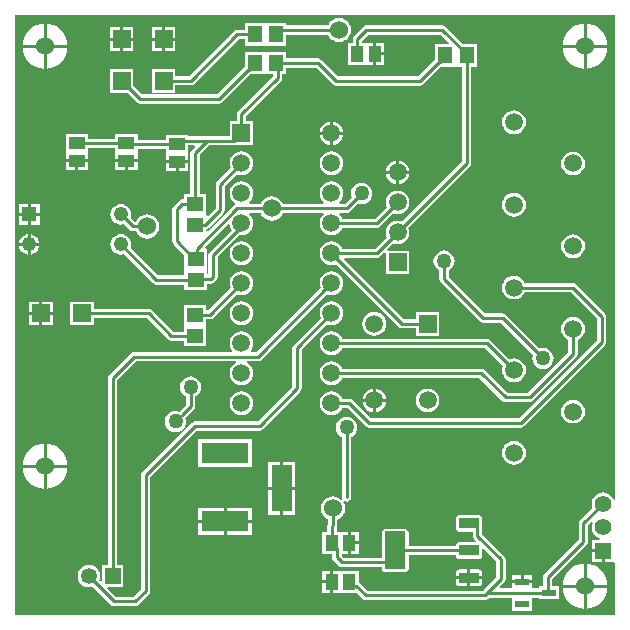
<source format=gtl>
G04*
G04 #@! TF.GenerationSoftware,Altium Limited,Altium Designer,19.1.7 (138)*
G04*
G04 Layer_Physical_Order=1*
G04 Layer_Color=255*
%FSLAX25Y25*%
%MOIN*%
G70*
G01*
G75*
%ADD15C,0.01000*%
G04:AMPARAMS|DCode=16|XSize=35.43mil|YSize=68.9mil|CornerRadius=1.95mil|HoleSize=0mil|Usage=FLASHONLY|Rotation=270.000|XOffset=0mil|YOffset=0mil|HoleType=Round|Shape=RoundedRectangle|*
%AMROUNDEDRECTD16*
21,1,0.03543,0.06500,0,0,270.0*
21,1,0.03154,0.06890,0,0,270.0*
1,1,0.00390,-0.03250,-0.01577*
1,1,0.00390,-0.03250,0.01577*
1,1,0.00390,0.03250,0.01577*
1,1,0.00390,0.03250,-0.01577*
%
%ADD16ROUNDEDRECTD16*%
G04:AMPARAMS|DCode=17|XSize=125.98mil|YSize=68.9mil|CornerRadius=2.07mil|HoleSize=0mil|Usage=FLASHONLY|Rotation=270.000|XOffset=0mil|YOffset=0mil|HoleType=Round|Shape=RoundedRectangle|*
%AMROUNDEDRECTD17*
21,1,0.12598,0.06476,0,0,270.0*
21,1,0.12185,0.06890,0,0,270.0*
1,1,0.00413,-0.03238,-0.06093*
1,1,0.00413,-0.03238,0.06093*
1,1,0.00413,0.03238,0.06093*
1,1,0.00413,0.03238,-0.06093*
%
%ADD17ROUNDEDRECTD17*%
%ADD18R,0.04528X0.02362*%
%ADD19R,0.04724X0.05512*%
%ADD20R,0.05512X0.04724*%
%ADD21R,0.04331X0.05512*%
%ADD22R,0.05906X0.05906*%
%ADD23R,0.05906X0.05906*%
%ADD24R,0.05512X0.04331*%
%ADD45R,0.15748X0.07087*%
%ADD46R,0.07087X0.15748*%
%ADD47R,0.05315X0.05315*%
%ADD48C,0.05315*%
%ADD49C,0.06000*%
%ADD50C,0.04842*%
%ADD51R,0.04842X0.04842*%
%ADD52C,0.05906*%
%ADD53R,0.05512X0.05512*%
%ADD54C,0.05512*%
%ADD55C,0.05000*%
G36*
X200000Y200429D02*
X200000Y38991D01*
X199500Y38892D01*
X199281Y39421D01*
X198679Y40205D01*
X197894Y40807D01*
X196981Y41186D01*
X196000Y41315D01*
X195019Y41186D01*
X194106Y40807D01*
X193321Y40205D01*
X192719Y39421D01*
X192341Y38507D01*
X192212Y37527D01*
X192341Y36546D01*
X192492Y36181D01*
X188376Y32066D01*
X188045Y31569D01*
X187928Y30984D01*
Y25520D01*
X176419Y14011D01*
X176087Y13514D01*
X175971Y12929D01*
Y9967D01*
X174665D01*
Y9315D01*
X172822D01*
X172335Y9345D01*
X172335Y9815D01*
Y11026D01*
X169071D01*
X165807D01*
X165807Y9345D01*
X165319Y9315D01*
X161702D01*
X161511Y9777D01*
X163082Y11348D01*
X163413Y11844D01*
X163529Y12429D01*
Y18929D01*
X163413Y19514D01*
X163082Y20011D01*
X155583Y27509D01*
Y28797D01*
X155679Y28941D01*
X155772Y29408D01*
Y32561D01*
X155679Y33027D01*
X155415Y33422D01*
X155019Y33687D01*
X154553Y33779D01*
X148053D01*
X147587Y33687D01*
X147192Y33422D01*
X146928Y33027D01*
X146835Y32561D01*
Y29408D01*
X146928Y28941D01*
X147192Y28546D01*
X147587Y28282D01*
X148053Y28189D01*
X152524D01*
Y26876D01*
X152640Y26291D01*
X152972Y25795D01*
X153580Y25186D01*
X153389Y24724D01*
X148053D01*
X147587Y24632D01*
X147192Y24367D01*
X146928Y23972D01*
X146835Y23506D01*
Y23459D01*
X131165D01*
Y28022D01*
X131072Y28493D01*
X130805Y28892D01*
X130406Y29158D01*
X129935Y29252D01*
X123459D01*
X122988Y29158D01*
X122589Y28892D01*
X122322Y28493D01*
X122228Y28022D01*
Y19458D01*
X109634D01*
X108919Y20173D01*
X109126Y20673D01*
X110953D01*
Y24429D01*
Y28185D01*
X107554D01*
X107209Y28546D01*
X107367Y32166D01*
X108017Y32435D01*
X108853Y33076D01*
X109494Y33912D01*
X109897Y34885D01*
X110035Y35929D01*
X109897Y36973D01*
X109494Y37946D01*
X109333Y38157D01*
X109679Y38527D01*
X109915Y38369D01*
X110500Y38253D01*
X111085Y38369D01*
X111582Y38701D01*
X111913Y39197D01*
X112029Y39782D01*
Y59774D01*
X112265Y59872D01*
X112996Y60433D01*
X113557Y61164D01*
X113910Y62015D01*
X114030Y62929D01*
X113910Y63843D01*
X113557Y64694D01*
X112996Y65425D01*
X112265Y65986D01*
X111414Y66339D01*
X110500Y66459D01*
X109586Y66339D01*
X108735Y65986D01*
X108004Y65425D01*
X107443Y64694D01*
X107090Y63843D01*
X106970Y62929D01*
X107090Y62015D01*
X107443Y61164D01*
X108004Y60433D01*
X108735Y59872D01*
X108971Y59774D01*
Y39782D01*
X109079Y39239D01*
X108994Y39135D01*
X108671Y38922D01*
X108017Y39423D01*
X107044Y39826D01*
X106000Y39964D01*
X104956Y39826D01*
X103983Y39423D01*
X103147Y38782D01*
X102506Y37946D01*
X102103Y36973D01*
X101965Y35929D01*
X102103Y34885D01*
X102506Y33912D01*
X103147Y33076D01*
X103983Y32435D01*
X104311Y32299D01*
X104131Y28185D01*
X102382D01*
Y20673D01*
X105683D01*
Y19716D01*
X105800Y19131D01*
X106131Y18635D01*
X107919Y16848D01*
X108415Y16516D01*
X109000Y16400D01*
X122228D01*
Y15837D01*
X122322Y15366D01*
X122589Y14967D01*
X122988Y14700D01*
X123459Y14606D01*
X129935D01*
X130406Y14700D01*
X130805Y14967D01*
X131072Y15366D01*
X131165Y15837D01*
Y20400D01*
X146835D01*
Y20352D01*
X146928Y19886D01*
X147192Y19491D01*
X147587Y19227D01*
X148053Y19134D01*
X154553D01*
X155019Y19227D01*
X155415Y19491D01*
X155679Y19886D01*
X155772Y20352D01*
Y22342D01*
X156233Y22533D01*
X160471Y18296D01*
Y13063D01*
X156275Y8867D01*
X156275Y8867D01*
X155867Y8459D01*
X117586D01*
X114790Y11255D01*
X114618Y11370D01*
Y15185D01*
X106047D01*
Y11429D01*
Y7673D01*
X114046D01*
X115871Y5848D01*
X116367Y5516D01*
X116953Y5400D01*
X156500D01*
X157085Y5516D01*
X157581Y5848D01*
X157990Y6256D01*
X165319D01*
X165807Y6226D01*
X165807Y5756D01*
Y1864D01*
X172335D01*
X172335Y6226D01*
X172822Y6256D01*
X174665D01*
Y5604D01*
X181193D01*
Y9967D01*
X179029D01*
Y12296D01*
X190539Y23805D01*
X190871Y24302D01*
X190987Y24887D01*
Y30351D01*
X192174Y31538D01*
X192598Y31255D01*
X192341Y30633D01*
X192212Y29653D01*
X192341Y28672D01*
X192719Y27758D01*
X193321Y26974D01*
X194106Y26372D01*
X194920Y26034D01*
X194821Y25534D01*
X192244D01*
Y22278D01*
X196000D01*
Y21779D01*
X196500D01*
Y18023D01*
X199500D01*
X199756Y18023D01*
X200000Y17624D01*
Y429D01*
X0Y429D01*
X0Y200429D01*
X200000Y200429D01*
D02*
G37*
%LPC*%
G36*
X108000Y199464D02*
X106956Y199326D01*
X105983Y198923D01*
X105147Y198282D01*
X104506Y197446D01*
X104304Y196958D01*
X90405D01*
Y197685D01*
X83819D01*
X83681Y197685D01*
X83319D01*
X83181Y197685D01*
X76595D01*
Y195458D01*
X74000D01*
X73415Y195342D01*
X72919Y195011D01*
X57977Y180069D01*
X53453D01*
Y182492D01*
X45547D01*
Y174587D01*
X53453D01*
Y177010D01*
X58610D01*
X59196Y177126D01*
X59692Y177458D01*
X74634Y192400D01*
X76595D01*
Y190173D01*
X83181D01*
X83319Y190173D01*
X83681D01*
X83819Y190173D01*
X90405D01*
Y193900D01*
X104304D01*
X104506Y193412D01*
X105147Y192576D01*
X105983Y191935D01*
X106956Y191532D01*
X108000Y191395D01*
X109044Y191532D01*
X110017Y191935D01*
X110853Y192576D01*
X111494Y193412D01*
X111897Y194385D01*
X112034Y195429D01*
X111897Y196473D01*
X111494Y197446D01*
X110853Y198282D01*
X110017Y198923D01*
X109044Y199326D01*
X108000Y199464D01*
D02*
G37*
G36*
X53453Y196272D02*
X50000D01*
Y192819D01*
X53453D01*
Y196272D01*
D02*
G37*
G36*
X39453D02*
X36000D01*
Y192819D01*
X39453D01*
Y196272D01*
D02*
G37*
G36*
X49000D02*
X45547D01*
Y192819D01*
X49000D01*
Y196272D01*
D02*
G37*
G36*
X35000D02*
X31547D01*
Y192819D01*
X35000D01*
Y196272D01*
D02*
G37*
G36*
X190500Y197487D02*
Y190500D01*
X197487D01*
X197391Y191470D01*
X196963Y192884D01*
X196266Y194187D01*
X195329Y195329D01*
X194187Y196266D01*
X192884Y196963D01*
X191470Y197391D01*
X190500Y197487D01*
D02*
G37*
G36*
X189500D02*
X188530Y197391D01*
X187116Y196963D01*
X185813Y196266D01*
X184671Y195329D01*
X183734Y194187D01*
X183037Y192884D01*
X182608Y191470D01*
X182513Y190500D01*
X189500D01*
Y197487D01*
D02*
G37*
G36*
X10500D02*
Y190500D01*
X17487D01*
X17391Y191470D01*
X16963Y192884D01*
X16266Y194187D01*
X15329Y195329D01*
X14187Y196266D01*
X12884Y196963D01*
X11470Y197391D01*
X10500Y197487D01*
D02*
G37*
G36*
X9500D02*
X8530Y197391D01*
X7116Y196963D01*
X5813Y196266D01*
X4671Y195329D01*
X3734Y194187D01*
X3037Y192884D01*
X2609Y191470D01*
X2513Y190500D01*
X9500D01*
Y197487D01*
D02*
G37*
G36*
X53453Y191819D02*
X50000D01*
Y188366D01*
X53453D01*
Y191819D01*
D02*
G37*
G36*
X49000D02*
X45547D01*
Y188366D01*
X49000D01*
Y191819D01*
D02*
G37*
G36*
X39453D02*
X36000D01*
Y188366D01*
X39453D01*
Y191819D01*
D02*
G37*
G36*
X35000D02*
X31547D01*
Y188366D01*
X35000D01*
Y191819D01*
D02*
G37*
G36*
X123118Y191185D02*
X120453D01*
Y187929D01*
X123118D01*
Y191185D01*
D02*
G37*
G36*
Y186929D02*
X120453D01*
Y183673D01*
X123118D01*
Y186929D01*
D02*
G37*
G36*
X197487Y189500D02*
X190500D01*
Y182513D01*
X191470Y182608D01*
X192884Y183037D01*
X194187Y183734D01*
X195329Y184671D01*
X196266Y185813D01*
X196963Y187116D01*
X197391Y188530D01*
X197487Y189500D01*
D02*
G37*
G36*
X189500D02*
X182513D01*
X182608Y188530D01*
X183037Y187116D01*
X183734Y185813D01*
X184671Y184671D01*
X185813Y183734D01*
X187116Y183037D01*
X188530Y182608D01*
X189500Y182513D01*
Y189500D01*
D02*
G37*
G36*
X17487D02*
X10500D01*
Y182513D01*
X11470Y182608D01*
X12884Y183037D01*
X14187Y183734D01*
X15329Y184671D01*
X16266Y185813D01*
X16963Y187116D01*
X17391Y188530D01*
X17487Y189500D01*
D02*
G37*
G36*
X9500D02*
X2513D01*
X2609Y188530D01*
X3037Y187116D01*
X3734Y185813D01*
X4671Y184671D01*
X5813Y183734D01*
X7116Y183037D01*
X8530Y182608D01*
X9500Y182513D01*
Y189500D01*
D02*
G37*
G36*
X142437Y196958D02*
X117000D01*
X116415Y196842D01*
X115919Y196511D01*
X112966Y193558D01*
X112634Y193062D01*
X112518Y192476D01*
Y191185D01*
X110882D01*
Y183673D01*
X119453D01*
Y187429D01*
Y191185D01*
X115577D01*
Y191843D01*
X117633Y193900D01*
X141804D01*
X144556Y191147D01*
X144365Y190685D01*
X140094D01*
Y185730D01*
X134323Y179958D01*
X107633D01*
X102082Y185511D01*
X101585Y185842D01*
X101000Y185959D01*
X90405D01*
Y188185D01*
X83819D01*
X83681Y188185D01*
X83319D01*
X83181Y188185D01*
X76595D01*
Y183230D01*
X67323Y173959D01*
X42244D01*
X39453Y176750D01*
Y182492D01*
X31547D01*
Y174587D01*
X37290D01*
X40529Y171348D01*
X41025Y171016D01*
X41610Y170900D01*
X67957D01*
X68542Y171016D01*
X69038Y171348D01*
X78364Y180673D01*
X83181D01*
X83319Y180673D01*
X83681D01*
X83819Y180673D01*
X85971D01*
Y180063D01*
X74412Y168504D01*
X74080Y168008D01*
X73964Y167423D01*
Y164929D01*
X71541D01*
Y160053D01*
X57756D01*
Y160547D01*
X50244D01*
Y158911D01*
X40889D01*
Y160866D01*
X33378D01*
Y159230D01*
X24389D01*
Y160866D01*
X16878D01*
Y154536D01*
Y152295D01*
X24389D01*
Y154536D01*
Y156172D01*
X33378D01*
Y154536D01*
Y152295D01*
X40889D01*
Y154536D01*
Y155852D01*
X50244D01*
Y154217D01*
Y151976D01*
X57756D01*
Y154217D01*
Y156994D01*
X59746D01*
X59937Y156532D01*
X58919Y155514D01*
X58587Y155018D01*
X58471Y154432D01*
Y140835D01*
X56244D01*
Y139002D01*
X55744D01*
X55159Y138885D01*
X54663Y138554D01*
X52919Y136810D01*
X52587Y136314D01*
X52471Y135728D01*
Y124963D01*
X52587Y124378D01*
X52919Y123882D01*
X56425Y120376D01*
Y115814D01*
X56425D01*
Y115452D01*
X56425D01*
Y113619D01*
X47729D01*
X38508Y122840D01*
X38589Y123036D01*
X38707Y123929D01*
X38589Y124822D01*
X38244Y125654D01*
X37696Y126369D01*
X36981Y126918D01*
X36149Y127262D01*
X35256Y127380D01*
X34363Y127262D01*
X33531Y126918D01*
X32816Y126369D01*
X32267Y125654D01*
X31923Y124822D01*
X31805Y123929D01*
X31923Y123036D01*
X32267Y122204D01*
X32816Y121489D01*
X33531Y120941D01*
X34363Y120596D01*
X35256Y120478D01*
X36149Y120596D01*
X36345Y120677D01*
X46014Y111008D01*
X46510Y110677D01*
X47096Y110560D01*
X56425D01*
Y108727D01*
X63937D01*
Y110900D01*
X65414D01*
X66000Y111016D01*
X66496Y111348D01*
X67081Y111934D01*
X67413Y112430D01*
X67529Y113015D01*
Y119796D01*
X74813Y127079D01*
X75493Y126990D01*
X76525Y127125D01*
X77487Y127524D01*
X78313Y128157D01*
X78946Y128983D01*
X79344Y129945D01*
X79480Y130976D01*
X79344Y132008D01*
X78946Y132970D01*
X78313Y133796D01*
X78142Y133926D01*
X78303Y134400D01*
X81833D01*
X82035Y133912D01*
X82677Y133076D01*
X83512Y132435D01*
X84485Y132032D01*
X85529Y131895D01*
X86574Y132032D01*
X87547Y132435D01*
X88382Y133076D01*
X89023Y133912D01*
X89226Y134400D01*
X102684D01*
X102845Y133926D01*
X102674Y133796D01*
X102041Y132970D01*
X101642Y132008D01*
X101507Y130976D01*
X101642Y129945D01*
X102041Y128983D01*
X102674Y128157D01*
X103500Y127524D01*
X104462Y127125D01*
X105493Y126990D01*
X106525Y127125D01*
X107487Y127524D01*
X108313Y128157D01*
X108946Y128983D01*
X109138Y129447D01*
X120547D01*
X121133Y129563D01*
X121629Y129895D01*
X126004Y134270D01*
X126468Y134078D01*
X127500Y133942D01*
X128532Y134078D01*
X129493Y134476D01*
X130319Y135110D01*
X130953Y135936D01*
X131351Y136897D01*
X131487Y137929D01*
X131351Y138961D01*
X130953Y139923D01*
X130319Y140748D01*
X129493Y141382D01*
X128532Y141780D01*
X127500Y141916D01*
X126468Y141780D01*
X125507Y141382D01*
X124681Y140748D01*
X124047Y139923D01*
X123649Y138961D01*
X123513Y137929D01*
X123649Y136897D01*
X123841Y136433D01*
X119914Y132506D01*
X109138D01*
X108946Y132970D01*
X108313Y133796D01*
X108142Y133926D01*
X108303Y134400D01*
X110500D01*
X111085Y134516D01*
X111582Y134848D01*
X114351Y137617D01*
X114586Y137519D01*
X115500Y137399D01*
X116414Y137519D01*
X117265Y137872D01*
X117996Y138433D01*
X118557Y139164D01*
X118910Y140015D01*
X119030Y140929D01*
X118910Y141843D01*
X118557Y142694D01*
X117996Y143425D01*
X117265Y143986D01*
X116414Y144339D01*
X115500Y144459D01*
X114586Y144339D01*
X113735Y143986D01*
X113004Y143425D01*
X112443Y142694D01*
X112090Y141843D01*
X111970Y140929D01*
X112090Y140015D01*
X112188Y139780D01*
X109866Y137459D01*
X108223D01*
X108054Y137959D01*
X108313Y138157D01*
X108946Y138983D01*
X109344Y139945D01*
X109480Y140976D01*
X109344Y142008D01*
X108946Y142970D01*
X108313Y143796D01*
X107487Y144429D01*
X106525Y144827D01*
X105493Y144963D01*
X104462Y144827D01*
X103500Y144429D01*
X102674Y143796D01*
X102041Y142970D01*
X101642Y142008D01*
X101507Y140976D01*
X101642Y139945D01*
X102041Y138983D01*
X102674Y138157D01*
X102933Y137959D01*
X102764Y137459D01*
X89226D01*
X89023Y137946D01*
X88382Y138782D01*
X87547Y139423D01*
X86574Y139826D01*
X85529Y139964D01*
X84485Y139826D01*
X83512Y139423D01*
X82677Y138782D01*
X82035Y137946D01*
X81833Y137459D01*
X78223D01*
X78054Y137959D01*
X78313Y138157D01*
X78946Y138983D01*
X79344Y139945D01*
X79480Y140976D01*
X79344Y142008D01*
X78946Y142970D01*
X78313Y143796D01*
X77487Y144429D01*
X76525Y144827D01*
X75493Y144963D01*
X74462Y144827D01*
X73500Y144429D01*
X72674Y143796D01*
X72041Y142970D01*
X71642Y142008D01*
X71507Y140976D01*
X71642Y139945D01*
X72041Y138983D01*
X72674Y138157D01*
X73237Y137725D01*
X73229Y137118D01*
X73068Y137011D01*
X64218Y128161D01*
X63756Y128352D01*
Y128916D01*
X64042Y128973D01*
X64538Y129304D01*
X69487Y134253D01*
X69818Y134749D01*
X69935Y135335D01*
Y143255D01*
X73997Y147318D01*
X74462Y147125D01*
X75493Y146990D01*
X76525Y147125D01*
X77487Y147524D01*
X78313Y148157D01*
X78946Y148983D01*
X79344Y149944D01*
X79480Y150976D01*
X79344Y152008D01*
X78946Y152970D01*
X78313Y153796D01*
X77487Y154429D01*
X76525Y154827D01*
X75493Y154963D01*
X74462Y154827D01*
X73500Y154429D01*
X72674Y153796D01*
X72041Y152970D01*
X71642Y152008D01*
X71507Y150976D01*
X71642Y149944D01*
X71835Y149480D01*
X67324Y144970D01*
X66992Y144474D01*
X66876Y143888D01*
Y135968D01*
X64483Y133575D01*
X63851Y133632D01*
X63756Y133748D01*
Y134110D01*
X63756D01*
Y140835D01*
X61529D01*
Y153799D01*
X64725Y156994D01*
X73041D01*
X73189Y157024D01*
X79446D01*
Y164929D01*
X77023D01*
Y166789D01*
X88582Y178348D01*
X88913Y178844D01*
X89029Y179429D01*
Y180673D01*
X90405D01*
Y182900D01*
X100366D01*
X105919Y177348D01*
X106415Y177016D01*
X107000Y176900D01*
X134957D01*
X135542Y177016D01*
X136038Y177348D01*
X141864Y183173D01*
X146819D01*
X146819Y183173D01*
X147181D01*
Y183173D01*
X147319Y183173D01*
X149014D01*
Y151606D01*
X128996Y131588D01*
X128532Y131780D01*
X127500Y131916D01*
X126468Y131780D01*
X125507Y131382D01*
X124681Y130748D01*
X124047Y129923D01*
X123649Y128961D01*
X123513Y127929D01*
X123649Y126897D01*
X123841Y126433D01*
X119914Y122506D01*
X109138D01*
X108946Y122970D01*
X108313Y123796D01*
X107487Y124429D01*
X106525Y124827D01*
X105493Y124963D01*
X104462Y124827D01*
X103500Y124429D01*
X102674Y123796D01*
X102041Y122970D01*
X101642Y122008D01*
X101507Y120976D01*
X101642Y119945D01*
X102041Y118983D01*
X102674Y118157D01*
X103500Y117524D01*
X104462Y117125D01*
X105493Y116990D01*
X106525Y117125D01*
X106989Y117318D01*
X127869Y96438D01*
X128365Y96107D01*
X128950Y95990D01*
X133547D01*
Y93567D01*
X141453D01*
Y101472D01*
X133547D01*
Y99049D01*
X129584D01*
X109648Y118985D01*
X109839Y119447D01*
X120547D01*
X121133Y119563D01*
X121629Y119895D01*
X123085Y121352D01*
X123547Y121160D01*
Y113976D01*
X131453D01*
Y121882D01*
X124269D01*
X124078Y122344D01*
X126004Y124270D01*
X126468Y124078D01*
X127500Y123942D01*
X128532Y124078D01*
X129493Y124476D01*
X130319Y125110D01*
X130953Y125936D01*
X131351Y126897D01*
X131487Y127929D01*
X131351Y128961D01*
X131159Y129425D01*
X151625Y149891D01*
X151956Y150387D01*
X152073Y150972D01*
Y183173D01*
X153905D01*
Y190685D01*
X149344D01*
X143518Y196511D01*
X143022Y196842D01*
X142437Y196958D01*
D02*
G37*
G36*
X105993Y164898D02*
Y161476D01*
X109415D01*
X109344Y162008D01*
X108946Y162970D01*
X108313Y163796D01*
X107487Y164429D01*
X106525Y164827D01*
X105993Y164898D01*
D02*
G37*
G36*
X104993D02*
X104462Y164827D01*
X103500Y164429D01*
X102674Y163796D01*
X102041Y162970D01*
X101642Y162008D01*
X101572Y161476D01*
X104993D01*
Y164898D01*
D02*
G37*
G36*
X166315Y168695D02*
X165283Y168560D01*
X164322Y168161D01*
X163496Y167528D01*
X162862Y166702D01*
X162464Y165741D01*
X162328Y164709D01*
X162464Y163677D01*
X162862Y162715D01*
X163496Y161890D01*
X164322Y161256D01*
X165283Y160858D01*
X166315Y160722D01*
X167347Y160858D01*
X168308Y161256D01*
X169134Y161890D01*
X169768Y162715D01*
X170166Y163677D01*
X170302Y164709D01*
X170166Y165741D01*
X169768Y166702D01*
X169134Y167528D01*
X168308Y168161D01*
X167347Y168560D01*
X166315Y168695D01*
D02*
G37*
G36*
X109415Y160476D02*
X105993D01*
Y157055D01*
X106525Y157125D01*
X107487Y157524D01*
X108313Y158157D01*
X108946Y158983D01*
X109344Y159944D01*
X109415Y160476D01*
D02*
G37*
G36*
X104993D02*
X101572D01*
X101642Y159944D01*
X102041Y158983D01*
X102674Y158157D01*
X103500Y157524D01*
X104462Y157125D01*
X104993Y157055D01*
Y160476D01*
D02*
G37*
G36*
X40889Y151295D02*
X37634D01*
Y148630D01*
X40889D01*
Y151295D01*
D02*
G37*
G36*
X36634D02*
X33378D01*
Y148630D01*
X36634D01*
Y151295D01*
D02*
G37*
G36*
X24389D02*
X21134D01*
Y148630D01*
X24389D01*
Y151295D01*
D02*
G37*
G36*
X20134D02*
X16878D01*
Y148630D01*
X20134D01*
Y151295D01*
D02*
G37*
G36*
X128000Y151850D02*
Y148429D01*
X131421D01*
X131351Y148961D01*
X130953Y149923D01*
X130319Y150748D01*
X129493Y151382D01*
X128532Y151780D01*
X128000Y151850D01*
D02*
G37*
G36*
X127000D02*
X126468Y151780D01*
X125507Y151382D01*
X124681Y150748D01*
X124047Y149923D01*
X123649Y148961D01*
X123579Y148429D01*
X127000D01*
Y151850D01*
D02*
G37*
G36*
X57756Y150976D02*
X54500D01*
Y148311D01*
X57756D01*
Y150976D01*
D02*
G37*
G36*
X53500D02*
X50244D01*
Y148311D01*
X53500D01*
Y150976D01*
D02*
G37*
G36*
X105493Y154963D02*
X104462Y154827D01*
X103500Y154429D01*
X102674Y153796D01*
X102041Y152970D01*
X101642Y152008D01*
X101507Y150976D01*
X101642Y149944D01*
X102041Y148983D01*
X102674Y148157D01*
X103500Y147524D01*
X104462Y147125D01*
X105493Y146990D01*
X106525Y147125D01*
X107487Y147524D01*
X108313Y148157D01*
X108946Y148983D01*
X109344Y149944D01*
X109480Y150976D01*
X109344Y152008D01*
X108946Y152970D01*
X108313Y153796D01*
X107487Y154429D01*
X106525Y154827D01*
X105493Y154963D01*
D02*
G37*
G36*
X186000Y154916D02*
X184968Y154780D01*
X184007Y154382D01*
X183181Y153748D01*
X182547Y152923D01*
X182149Y151961D01*
X182013Y150929D01*
X182149Y149897D01*
X182547Y148936D01*
X183181Y148110D01*
X184007Y147476D01*
X184968Y147078D01*
X186000Y146942D01*
X187032Y147078D01*
X187994Y147476D01*
X188819Y148110D01*
X189453Y148936D01*
X189851Y149897D01*
X189987Y150929D01*
X189851Y151961D01*
X189453Y152923D01*
X188819Y153748D01*
X187994Y154382D01*
X187032Y154780D01*
X186000Y154916D01*
D02*
G37*
G36*
X131421Y147429D02*
X128000D01*
Y144008D01*
X128532Y144078D01*
X129493Y144476D01*
X130319Y145110D01*
X130953Y145936D01*
X131351Y146897D01*
X131421Y147429D01*
D02*
G37*
G36*
X127000D02*
X123579D01*
X123649Y146897D01*
X124047Y145936D01*
X124681Y145110D01*
X125507Y144476D01*
X126468Y144078D01*
X127000Y144008D01*
Y147429D01*
D02*
G37*
G36*
X8165Y137350D02*
X5244D01*
Y134429D01*
X8165D01*
Y137350D01*
D02*
G37*
G36*
X4244D02*
X1323D01*
Y134429D01*
X4244D01*
Y137350D01*
D02*
G37*
G36*
X166315Y141137D02*
X165283Y141001D01*
X164322Y140602D01*
X163496Y139969D01*
X162862Y139143D01*
X162464Y138181D01*
X162328Y137150D01*
X162464Y136118D01*
X162862Y135156D01*
X163496Y134330D01*
X164322Y133697D01*
X165283Y133299D01*
X166315Y133163D01*
X167347Y133299D01*
X168308Y133697D01*
X169134Y134330D01*
X169768Y135156D01*
X170166Y136118D01*
X170302Y137150D01*
X170166Y138181D01*
X169768Y139143D01*
X169134Y139969D01*
X168308Y140602D01*
X167347Y141001D01*
X166315Y141137D01*
D02*
G37*
G36*
X8165Y133429D02*
X5244D01*
Y130508D01*
X8165D01*
Y133429D01*
D02*
G37*
G36*
X4244D02*
X1323D01*
Y130508D01*
X4244D01*
Y133429D01*
D02*
G37*
G36*
X35256Y137380D02*
X34363Y137262D01*
X33531Y136918D01*
X32816Y136369D01*
X32267Y135654D01*
X31923Y134822D01*
X31805Y133929D01*
X31923Y133036D01*
X32267Y132204D01*
X32816Y131489D01*
X33531Y130941D01*
X34363Y130596D01*
X35256Y130478D01*
X36149Y130596D01*
X36345Y130677D01*
X38175Y128848D01*
X38671Y128516D01*
X39256Y128400D01*
X40304D01*
X40506Y127912D01*
X41147Y127076D01*
X41983Y126435D01*
X42956Y126032D01*
X44000Y125895D01*
X45044Y126032D01*
X46017Y126435D01*
X46853Y127076D01*
X47494Y127912D01*
X47897Y128885D01*
X48035Y129929D01*
X47897Y130973D01*
X47494Y131946D01*
X46853Y132782D01*
X46017Y133423D01*
X45044Y133826D01*
X44000Y133964D01*
X42956Y133826D01*
X41983Y133423D01*
X41147Y132782D01*
X40506Y131946D01*
X40347Y131562D01*
X39842Y131506D01*
X38508Y132840D01*
X38589Y133036D01*
X38707Y133929D01*
X38589Y134822D01*
X38244Y135654D01*
X37696Y136369D01*
X36981Y136918D01*
X36149Y137262D01*
X35256Y137380D01*
D02*
G37*
G36*
X5244Y127314D02*
Y124429D01*
X8129D01*
X8077Y124822D01*
X7733Y125654D01*
X7184Y126369D01*
X6470Y126918D01*
X5637Y127262D01*
X5244Y127314D01*
D02*
G37*
G36*
X4244D02*
X3851Y127262D01*
X3019Y126918D01*
X2304Y126369D01*
X1756Y125654D01*
X1411Y124822D01*
X1359Y124429D01*
X4244D01*
Y127314D01*
D02*
G37*
G36*
X8129Y123429D02*
X5244D01*
Y120544D01*
X5637Y120596D01*
X6470Y120941D01*
X7184Y121489D01*
X7733Y122204D01*
X8077Y123036D01*
X8129Y123429D01*
D02*
G37*
G36*
X4244D02*
X1359D01*
X1411Y123036D01*
X1756Y122204D01*
X2304Y121489D01*
X3019Y120941D01*
X3851Y120596D01*
X4244Y120544D01*
Y123429D01*
D02*
G37*
G36*
X186000Y127357D02*
X184968Y127221D01*
X184007Y126823D01*
X183181Y126189D01*
X182547Y125364D01*
X182149Y124402D01*
X182013Y123370D01*
X182149Y122338D01*
X182547Y121377D01*
X183181Y120551D01*
X184007Y119917D01*
X184968Y119519D01*
X186000Y119383D01*
X187032Y119519D01*
X187994Y119917D01*
X188819Y120551D01*
X189453Y121377D01*
X189851Y122338D01*
X189987Y123370D01*
X189851Y124402D01*
X189453Y125364D01*
X188819Y126189D01*
X187994Y126823D01*
X187032Y127221D01*
X186000Y127357D01*
D02*
G37*
G36*
X75493Y124963D02*
X74462Y124827D01*
X73500Y124429D01*
X72674Y123796D01*
X72041Y122970D01*
X71642Y122008D01*
X71507Y120976D01*
X71642Y119945D01*
X72041Y118983D01*
X72674Y118157D01*
X73500Y117524D01*
X74462Y117125D01*
X75493Y116990D01*
X76525Y117125D01*
X77487Y117524D01*
X78313Y118157D01*
X78946Y118983D01*
X79344Y119945D01*
X79480Y120976D01*
X79344Y122008D01*
X78946Y122970D01*
X78313Y123796D01*
X77487Y124429D01*
X76525Y124827D01*
X75493Y124963D01*
D02*
G37*
G36*
X105493Y114963D02*
X104462Y114827D01*
X103500Y114429D01*
X102674Y113796D01*
X102041Y112970D01*
X101642Y112008D01*
X101507Y110976D01*
X101642Y109944D01*
X101835Y109481D01*
X80407Y88053D01*
X78863D01*
X78616Y88553D01*
X78946Y88983D01*
X79344Y89944D01*
X79480Y90976D01*
X79344Y92008D01*
X78946Y92970D01*
X78313Y93796D01*
X77487Y94429D01*
X76525Y94827D01*
X75493Y94963D01*
X74462Y94827D01*
X73500Y94429D01*
X72674Y93796D01*
X72041Y92970D01*
X71642Y92008D01*
X71507Y90976D01*
X71642Y89944D01*
X72041Y88983D01*
X72371Y88553D01*
X72124Y88053D01*
X39595D01*
X39009Y87937D01*
X38513Y87605D01*
X31419Y80511D01*
X31087Y80014D01*
X30971Y79429D01*
Y17087D01*
X28842D01*
Y11903D01*
X28381Y11711D01*
X28022Y12070D01*
X28189Y12474D01*
X28315Y13429D01*
X28189Y14384D01*
X27821Y15274D01*
X27235Y16038D01*
X26471Y16624D01*
X25581Y16993D01*
X24626Y17118D01*
X23671Y16993D01*
X22782Y16624D01*
X22017Y16038D01*
X21431Y15274D01*
X21063Y14384D01*
X20937Y13429D01*
X21063Y12474D01*
X21431Y11585D01*
X22017Y10821D01*
X22782Y10234D01*
X23671Y9866D01*
X24626Y9740D01*
X25581Y9866D01*
X25807Y9959D01*
X31919Y3848D01*
X32415Y3516D01*
X33000Y3400D01*
X40000D01*
X40585Y3516D01*
X41082Y3848D01*
X44581Y7348D01*
X44913Y7844D01*
X45029Y8429D01*
Y46296D01*
X60633Y61900D01*
X81500D01*
X82085Y62016D01*
X82582Y62348D01*
X95082Y74848D01*
X95413Y75344D01*
X95529Y75929D01*
Y88850D01*
X103998Y97318D01*
X104462Y97125D01*
X105493Y96990D01*
X106525Y97125D01*
X107487Y97524D01*
X108313Y98157D01*
X108946Y98983D01*
X109344Y99945D01*
X109480Y100976D01*
X109344Y102008D01*
X108946Y102970D01*
X108313Y103796D01*
X107487Y104429D01*
X106525Y104827D01*
X105493Y104963D01*
X104462Y104827D01*
X103500Y104429D01*
X102674Y103796D01*
X102041Y102970D01*
X101642Y102008D01*
X101507Y100976D01*
X101642Y99945D01*
X101835Y99480D01*
X92919Y90564D01*
X92587Y90068D01*
X92471Y89483D01*
Y76563D01*
X80866Y64959D01*
X60000D01*
X59415Y64842D01*
X58919Y64511D01*
X42419Y48011D01*
X42087Y47514D01*
X41971Y46929D01*
Y9063D01*
X39366Y6459D01*
X33634D01*
X30782Y9310D01*
X30974Y9772D01*
X36158D01*
Y17087D01*
X34029D01*
Y78796D01*
X40228Y84994D01*
X73558D01*
X73657Y84494D01*
X73500Y84429D01*
X72674Y83796D01*
X72041Y82970D01*
X71642Y82008D01*
X71507Y80976D01*
X71642Y79944D01*
X72041Y78983D01*
X72674Y78157D01*
X73500Y77524D01*
X74462Y77125D01*
X75493Y76990D01*
X76525Y77125D01*
X77487Y77524D01*
X78313Y78157D01*
X78946Y78983D01*
X79344Y79944D01*
X79480Y80976D01*
X79344Y82008D01*
X78946Y82970D01*
X78313Y83796D01*
X77487Y84429D01*
X77330Y84494D01*
X77429Y84994D01*
X81041D01*
X81626Y85111D01*
X82122Y85442D01*
X103998Y107318D01*
X104462Y107125D01*
X105493Y106990D01*
X106525Y107125D01*
X107487Y107524D01*
X108313Y108157D01*
X108946Y108983D01*
X109344Y109944D01*
X109480Y110976D01*
X109344Y112008D01*
X108946Y112970D01*
X108313Y113796D01*
X107487Y114429D01*
X106525Y114827D01*
X105493Y114963D01*
D02*
G37*
G36*
X75493D02*
X74462Y114827D01*
X73500Y114429D01*
X72674Y113796D01*
X72041Y112970D01*
X71642Y112008D01*
X71507Y110976D01*
X71642Y109944D01*
X71835Y109481D01*
X64356Y102002D01*
X63756D01*
Y103835D01*
X56244D01*
Y97248D01*
X56244Y97110D01*
Y96748D01*
X56244Y96610D01*
Y94915D01*
X52677D01*
X45581Y102011D01*
X45085Y102342D01*
X44500Y102459D01*
X26342D01*
Y104882D01*
X18437D01*
Y96976D01*
X26342D01*
Y99400D01*
X43867D01*
X50962Y92304D01*
X51458Y91973D01*
X52043Y91856D01*
X56244D01*
Y90024D01*
X63756D01*
Y96610D01*
X63756Y96748D01*
Y97110D01*
X63756Y97248D01*
Y98943D01*
X64990D01*
X65575Y99059D01*
X66071Y99391D01*
X73997Y107318D01*
X74462Y107125D01*
X75493Y106990D01*
X76525Y107125D01*
X77487Y107524D01*
X78313Y108157D01*
X78946Y108983D01*
X79344Y109944D01*
X79480Y110976D01*
X79344Y112008D01*
X78946Y112970D01*
X78313Y113796D01*
X77487Y114429D01*
X76525Y114827D01*
X75493Y114963D01*
D02*
G37*
G36*
X12563Y104882D02*
X9110D01*
Y101429D01*
X12563D01*
Y104882D01*
D02*
G37*
G36*
X8110D02*
X4657D01*
Y101429D01*
X8110D01*
Y104882D01*
D02*
G37*
G36*
X75493Y104963D02*
X74462Y104827D01*
X73500Y104429D01*
X72674Y103796D01*
X72041Y102970D01*
X71642Y102008D01*
X71507Y100976D01*
X71642Y99945D01*
X72041Y98983D01*
X72674Y98157D01*
X73500Y97524D01*
X74462Y97125D01*
X75493Y96990D01*
X76525Y97125D01*
X77487Y97524D01*
X78313Y98157D01*
X78946Y98983D01*
X79344Y99945D01*
X79480Y100976D01*
X79344Y102008D01*
X78946Y102970D01*
X78313Y103796D01*
X77487Y104429D01*
X76525Y104827D01*
X75493Y104963D01*
D02*
G37*
G36*
X12563Y100429D02*
X9110D01*
Y96976D01*
X12563D01*
Y100429D01*
D02*
G37*
G36*
X8110D02*
X4657D01*
Y96976D01*
X8110D01*
Y100429D01*
D02*
G37*
G36*
X119783Y101507D02*
X118752Y101371D01*
X117790Y100972D01*
X116964Y100339D01*
X116331Y99513D01*
X115933Y98552D01*
X115797Y97520D01*
X115933Y96488D01*
X116331Y95526D01*
X116964Y94700D01*
X117790Y94067D01*
X118752Y93669D01*
X119783Y93533D01*
X120815Y93669D01*
X121777Y94067D01*
X122603Y94700D01*
X123236Y95526D01*
X123635Y96488D01*
X123770Y97520D01*
X123635Y98552D01*
X123236Y99513D01*
X122603Y100339D01*
X121777Y100972D01*
X120815Y101371D01*
X119783Y101507D01*
D02*
G37*
G36*
X143000Y121959D02*
X142086Y121839D01*
X141235Y121486D01*
X140504Y120925D01*
X139943Y120194D01*
X139590Y119343D01*
X139470Y118429D01*
X139590Y117516D01*
X139943Y116664D01*
X140504Y115933D01*
X141235Y115372D01*
X141471Y115274D01*
Y112429D01*
X141587Y111844D01*
X141919Y111348D01*
X154919Y98348D01*
X155415Y98016D01*
X156000Y97900D01*
X161866D01*
X172688Y87078D01*
X172590Y86843D01*
X172470Y85929D01*
X172590Y85015D01*
X172943Y84164D01*
X173504Y83433D01*
X174235Y82872D01*
X175086Y82519D01*
X176000Y82399D01*
X176914Y82519D01*
X177765Y82872D01*
X178496Y83433D01*
X179057Y84164D01*
X179410Y85015D01*
X179530Y85929D01*
X179410Y86843D01*
X179057Y87694D01*
X178496Y88425D01*
X177765Y88986D01*
X176914Y89339D01*
X176000Y89459D01*
X175086Y89339D01*
X174851Y89241D01*
X163582Y100511D01*
X163085Y100842D01*
X162500Y100959D01*
X156633D01*
X144529Y113063D01*
Y115274D01*
X144765Y115372D01*
X145496Y115933D01*
X146057Y116664D01*
X146410Y117516D01*
X146530Y118429D01*
X146410Y119343D01*
X146057Y120194D01*
X145496Y120925D01*
X144765Y121486D01*
X143914Y121839D01*
X143000Y121959D01*
D02*
G37*
G36*
X105493Y94963D02*
X104462Y94827D01*
X103500Y94429D01*
X102674Y93796D01*
X102041Y92970D01*
X101642Y92008D01*
X101507Y90976D01*
X101642Y89944D01*
X102041Y88983D01*
X102674Y88157D01*
X103500Y87524D01*
X104462Y87125D01*
X105493Y86990D01*
X106525Y87125D01*
X107487Y87524D01*
X108313Y88157D01*
X108946Y88983D01*
X109138Y89447D01*
X156737D01*
X162656Y83527D01*
X162464Y83063D01*
X162328Y82032D01*
X162464Y81000D01*
X162862Y80038D01*
X163496Y79212D01*
X164322Y78579D01*
X165283Y78180D01*
X166315Y78045D01*
X167347Y78180D01*
X168308Y78579D01*
X169134Y79212D01*
X169768Y80038D01*
X170166Y81000D01*
X170302Y82032D01*
X170166Y83063D01*
X169768Y84025D01*
X169134Y84851D01*
X168308Y85484D01*
X167347Y85883D01*
X166315Y86018D01*
X165283Y85883D01*
X164819Y85690D01*
X158451Y92058D01*
X157955Y92389D01*
X157370Y92506D01*
X109138D01*
X108946Y92970D01*
X108313Y93796D01*
X107487Y94429D01*
X106525Y94827D01*
X105493Y94963D01*
D02*
G37*
G36*
X186000Y99798D02*
X184968Y99662D01*
X184007Y99264D01*
X183181Y98630D01*
X182547Y97804D01*
X182149Y96843D01*
X182013Y95811D01*
X182149Y94779D01*
X182547Y93818D01*
X183181Y92992D01*
X184007Y92358D01*
X184471Y92166D01*
Y88063D01*
X170867Y74458D01*
X164134D01*
X156534Y82058D01*
X156038Y82389D01*
X155453Y82506D01*
X109138D01*
X108946Y82970D01*
X108313Y83796D01*
X107487Y84429D01*
X106525Y84827D01*
X105493Y84963D01*
X104462Y84827D01*
X103500Y84429D01*
X102674Y83796D01*
X102041Y82970D01*
X101642Y82008D01*
X101507Y80976D01*
X101642Y79944D01*
X102041Y78983D01*
X102674Y78157D01*
X103500Y77524D01*
X104462Y77125D01*
X105493Y76990D01*
X106525Y77125D01*
X107487Y77524D01*
X108313Y78157D01*
X108946Y78983D01*
X109138Y79447D01*
X154819D01*
X162419Y71848D01*
X162915Y71516D01*
X163500Y71400D01*
X171500D01*
X172085Y71516D01*
X172582Y71848D01*
X187082Y86348D01*
X187413Y86844D01*
X187529Y87429D01*
Y92166D01*
X187994Y92358D01*
X188819Y92992D01*
X189453Y93818D01*
X189851Y94779D01*
X189987Y95811D01*
X189851Y96843D01*
X189453Y97804D01*
X188819Y98630D01*
X187994Y99264D01*
X187032Y99662D01*
X186000Y99798D01*
D02*
G37*
G36*
X120283Y75850D02*
Y72429D01*
X123705D01*
X123635Y72961D01*
X123236Y73923D01*
X122603Y74748D01*
X121777Y75382D01*
X120815Y75780D01*
X120283Y75850D01*
D02*
G37*
G36*
X119283D02*
X118752Y75780D01*
X117790Y75382D01*
X116964Y74748D01*
X116331Y73923D01*
X115933Y72961D01*
X115862Y72429D01*
X119283D01*
Y75850D01*
D02*
G37*
G36*
X58500Y79959D02*
X57586Y79839D01*
X56735Y79486D01*
X56004Y78925D01*
X55443Y78194D01*
X55090Y77343D01*
X54970Y76429D01*
X55090Y75516D01*
X55443Y74664D01*
X56004Y73933D01*
X56735Y73372D01*
X56971Y73274D01*
Y70563D01*
X54649Y68241D01*
X54414Y68339D01*
X53500Y68459D01*
X52586Y68339D01*
X51735Y67986D01*
X51004Y67425D01*
X50443Y66694D01*
X50090Y65843D01*
X49970Y64929D01*
X50090Y64016D01*
X50443Y63164D01*
X51004Y62433D01*
X51735Y61872D01*
X52586Y61519D01*
X53500Y61399D01*
X54414Y61519D01*
X55265Y61872D01*
X55996Y62433D01*
X56557Y63164D01*
X56910Y64016D01*
X57030Y64929D01*
X56910Y65843D01*
X56812Y66079D01*
X59582Y68848D01*
X59913Y69344D01*
X60029Y69929D01*
Y73274D01*
X60265Y73372D01*
X60996Y73933D01*
X61557Y74664D01*
X61910Y75516D01*
X62030Y76429D01*
X61910Y77343D01*
X61557Y78194D01*
X60996Y78925D01*
X60265Y79486D01*
X59414Y79839D01*
X58500Y79959D01*
D02*
G37*
G36*
X123705Y71429D02*
X120283D01*
Y68008D01*
X120815Y68078D01*
X121777Y68476D01*
X122603Y69110D01*
X123236Y69936D01*
X123635Y70897D01*
X123705Y71429D01*
D02*
G37*
G36*
X119283D02*
X115862D01*
X115933Y70897D01*
X116331Y69936D01*
X116964Y69110D01*
X117790Y68476D01*
X118752Y68078D01*
X119283Y68008D01*
Y71429D01*
D02*
G37*
G36*
X137500Y75916D02*
X136468Y75780D01*
X135507Y75382D01*
X134681Y74748D01*
X134047Y73923D01*
X133649Y72961D01*
X133513Y71929D01*
X133649Y70897D01*
X134047Y69936D01*
X134681Y69110D01*
X135507Y68476D01*
X136468Y68078D01*
X137500Y67942D01*
X138532Y68078D01*
X139494Y68476D01*
X140319Y69110D01*
X140953Y69936D01*
X141351Y70897D01*
X141487Y71929D01*
X141351Y72961D01*
X140953Y73923D01*
X140319Y74748D01*
X139494Y75382D01*
X138532Y75780D01*
X137500Y75916D01*
D02*
G37*
G36*
X75493Y74963D02*
X74462Y74827D01*
X73500Y74429D01*
X72674Y73796D01*
X72041Y72970D01*
X71642Y72008D01*
X71507Y70976D01*
X71642Y69945D01*
X72041Y68983D01*
X72674Y68157D01*
X73500Y67524D01*
X74462Y67125D01*
X75493Y66990D01*
X76525Y67125D01*
X77487Y67524D01*
X78313Y68157D01*
X78946Y68983D01*
X79344Y69945D01*
X79480Y70976D01*
X79344Y72008D01*
X78946Y72970D01*
X78313Y73796D01*
X77487Y74429D01*
X76525Y74827D01*
X75493Y74963D01*
D02*
G37*
G36*
X166315Y113577D02*
X165283Y113442D01*
X164322Y113043D01*
X163496Y112410D01*
X162862Y111584D01*
X162464Y110622D01*
X162328Y109591D01*
X162464Y108559D01*
X162862Y107597D01*
X163496Y106771D01*
X164322Y106138D01*
X165283Y105739D01*
X166315Y105604D01*
X167347Y105739D01*
X168308Y106138D01*
X169134Y106771D01*
X169768Y107597D01*
X169960Y108061D01*
X185205D01*
X194056Y99210D01*
Y92148D01*
X167867Y65958D01*
X118633D01*
X112534Y72058D01*
X112038Y72389D01*
X111453Y72506D01*
X109138D01*
X108946Y72970D01*
X108313Y73796D01*
X107487Y74429D01*
X106525Y74827D01*
X105493Y74963D01*
X104462Y74827D01*
X103500Y74429D01*
X102674Y73796D01*
X102041Y72970D01*
X101642Y72008D01*
X101507Y70976D01*
X101642Y69945D01*
X102041Y68983D01*
X102674Y68157D01*
X103500Y67524D01*
X104462Y67125D01*
X105493Y66990D01*
X106525Y67125D01*
X107487Y67524D01*
X108313Y68157D01*
X108946Y68983D01*
X109138Y69447D01*
X110819D01*
X116919Y63348D01*
X117415Y63016D01*
X118000Y62900D01*
X168500D01*
X169085Y63016D01*
X169581Y63348D01*
X196667Y90434D01*
X196999Y90930D01*
X197115Y91515D01*
Y99843D01*
X196999Y100429D01*
X196667Y100925D01*
X186920Y110672D01*
X186424Y111003D01*
X185839Y111120D01*
X169960D01*
X169768Y111584D01*
X169134Y112410D01*
X168308Y113043D01*
X167347Y113442D01*
X166315Y113577D01*
D02*
G37*
G36*
X186000Y72239D02*
X184968Y72103D01*
X184007Y71705D01*
X183181Y71071D01*
X182547Y70245D01*
X182149Y69284D01*
X182013Y68252D01*
X182149Y67220D01*
X182547Y66259D01*
X183181Y65433D01*
X184007Y64799D01*
X184968Y64401D01*
X186000Y64265D01*
X187032Y64401D01*
X187994Y64799D01*
X188819Y65433D01*
X189453Y66259D01*
X189851Y67220D01*
X189987Y68252D01*
X189851Y69284D01*
X189453Y70245D01*
X188819Y71071D01*
X187994Y71705D01*
X187032Y72103D01*
X186000Y72239D01*
D02*
G37*
G36*
X10500Y57487D02*
Y50500D01*
X17487D01*
X17391Y51470D01*
X16963Y52884D01*
X16266Y54187D01*
X15329Y55329D01*
X14187Y56266D01*
X12884Y56963D01*
X11470Y57392D01*
X10500Y57487D01*
D02*
G37*
G36*
X9500D02*
X8530Y57392D01*
X7116Y56963D01*
X5813Y56266D01*
X4671Y55329D01*
X3734Y54187D01*
X3037Y52884D01*
X2609Y51470D01*
X2513Y50500D01*
X9500D01*
Y57487D01*
D02*
G37*
G36*
X166315Y58459D02*
X165283Y58324D01*
X164322Y57925D01*
X163496Y57292D01*
X162862Y56466D01*
X162464Y55504D01*
X162328Y54472D01*
X162464Y53441D01*
X162862Y52479D01*
X163496Y51653D01*
X164322Y51020D01*
X165283Y50621D01*
X166315Y50486D01*
X167347Y50621D01*
X168308Y51020D01*
X169134Y51653D01*
X169768Y52479D01*
X170166Y53441D01*
X170302Y54472D01*
X170166Y55504D01*
X169768Y56466D01*
X169134Y57292D01*
X168308Y57925D01*
X167347Y58324D01*
X166315Y58459D01*
D02*
G37*
G36*
X78874Y58972D02*
X61126D01*
Y49886D01*
X78874D01*
Y58972D01*
D02*
G37*
G36*
X93441Y51492D02*
X89398D01*
Y43118D01*
X93441D01*
Y51492D01*
D02*
G37*
G36*
X88398D02*
X84354D01*
Y43118D01*
X88398D01*
Y51492D01*
D02*
G37*
G36*
X17487Y49500D02*
X10500D01*
Y42513D01*
X11470Y42608D01*
X12884Y43037D01*
X14187Y43734D01*
X15329Y44671D01*
X16266Y45813D01*
X16963Y47116D01*
X17391Y48530D01*
X17487Y49500D01*
D02*
G37*
G36*
X9500D02*
X2513D01*
X2609Y48530D01*
X3037Y47116D01*
X3734Y45813D01*
X4671Y44671D01*
X5813Y43734D01*
X7116Y43037D01*
X8530Y42608D01*
X9500Y42513D01*
Y49500D01*
D02*
G37*
G36*
X93441Y42118D02*
X89398D01*
Y33744D01*
X93441D01*
Y42118D01*
D02*
G37*
G36*
X88398D02*
X84354D01*
Y33744D01*
X88398D01*
Y42118D01*
D02*
G37*
G36*
X78874Y36138D02*
X70500D01*
Y32094D01*
X78874D01*
Y36138D01*
D02*
G37*
G36*
X69500D02*
X61126D01*
Y32094D01*
X69500D01*
Y36138D01*
D02*
G37*
G36*
X78874Y31095D02*
X70500D01*
Y27051D01*
X78874D01*
Y31095D01*
D02*
G37*
G36*
X69500D02*
X61126D01*
Y27051D01*
X69500D01*
Y31095D01*
D02*
G37*
G36*
X114618Y28185D02*
X111953D01*
Y24929D01*
X114618D01*
Y28185D01*
D02*
G37*
G36*
Y23929D02*
X111953D01*
Y20673D01*
X114618D01*
Y23929D01*
D02*
G37*
G36*
X195500Y21279D02*
X192244D01*
Y18023D01*
X195500D01*
Y21279D01*
D02*
G37*
G36*
X154553Y15669D02*
X151803D01*
Y13374D01*
X155772D01*
Y14451D01*
X155679Y14917D01*
X155415Y15312D01*
X155019Y15576D01*
X154553Y15669D01*
D02*
G37*
G36*
X150803D02*
X148053D01*
X147587Y15576D01*
X147192Y15312D01*
X146928Y14917D01*
X146835Y14451D01*
Y13374D01*
X150803D01*
Y15669D01*
D02*
G37*
G36*
X172335Y13707D02*
X169571D01*
Y12026D01*
X172335D01*
Y13707D01*
D02*
G37*
G36*
X168571D02*
X165807D01*
Y12026D01*
X168571D01*
Y13707D01*
D02*
G37*
G36*
X105047Y15185D02*
X102382D01*
Y11929D01*
X105047D01*
Y15185D01*
D02*
G37*
G36*
X190500Y17487D02*
Y10500D01*
X197487D01*
X197391Y11470D01*
X196963Y12884D01*
X196266Y14187D01*
X195329Y15329D01*
X194187Y16266D01*
X192884Y16963D01*
X191470Y17391D01*
X190500Y17487D01*
D02*
G37*
G36*
X189500D02*
X188530Y17391D01*
X187116Y16963D01*
X185813Y16266D01*
X184671Y15329D01*
X183734Y14187D01*
X183037Y12884D01*
X182608Y11470D01*
X182513Y10500D01*
X189500D01*
Y17487D01*
D02*
G37*
G36*
X155772Y12374D02*
X151803D01*
Y10079D01*
X154553D01*
X155019Y10172D01*
X155415Y10436D01*
X155679Y10831D01*
X155772Y11297D01*
Y12374D01*
D02*
G37*
G36*
X150803D02*
X146835D01*
Y11297D01*
X146928Y10831D01*
X147192Y10436D01*
X147587Y10172D01*
X148053Y10079D01*
X150803D01*
Y12374D01*
D02*
G37*
G36*
X105047Y10929D02*
X102382D01*
Y7673D01*
X105047D01*
Y10929D01*
D02*
G37*
G36*
X197487Y9500D02*
X190500D01*
Y2513D01*
X191470Y2609D01*
X192884Y3037D01*
X194187Y3734D01*
X195329Y4671D01*
X196266Y5813D01*
X196963Y7116D01*
X197391Y8530D01*
X197487Y9500D01*
D02*
G37*
G36*
X189500D02*
X182513D01*
X182608Y8530D01*
X183037Y7116D01*
X183734Y5813D01*
X184671Y4671D01*
X185813Y3734D01*
X187116Y3037D01*
X188530Y2609D01*
X189500Y2513D01*
Y9500D01*
D02*
G37*
%LPD*%
G36*
X71572Y130482D02*
X71642Y129945D01*
X72041Y128983D01*
X72193Y128785D01*
X64919Y121511D01*
X64587Y121014D01*
X64471Y120429D01*
Y113959D01*
X63937D01*
Y115452D01*
X63937D01*
Y115814D01*
X63937D01*
Y122538D01*
X63574D01*
X63383Y123000D01*
X71044Y130661D01*
X71572Y130482D01*
D02*
G37*
D15*
X111453Y11839D02*
X113118Y10173D01*
X156500Y6929D02*
X157356Y7785D01*
X116953Y6929D02*
X156500D01*
X157356Y7785D02*
X162000Y12429D01*
X157356Y7785D02*
X177929D01*
X177500Y8214D02*
Y12929D01*
Y8214D02*
X177929Y7785D01*
X177500Y12929D02*
X189458Y24887D01*
Y30984D01*
X151303D02*
X152781D01*
X189458D02*
X196000Y37527D01*
X110500Y39782D02*
Y62929D01*
X106000Y35929D02*
Y37282D01*
X81500Y63429D02*
X94000Y75929D01*
X60000Y63429D02*
X81500D01*
X43500Y46929D02*
X60000Y63429D01*
X43500Y8429D02*
Y46929D01*
X162000Y12429D02*
Y18929D01*
X154053Y26876D02*
X162000Y18929D01*
X32500Y13429D02*
Y79429D01*
X39595Y86524D01*
X24626Y13303D02*
X33000Y4929D01*
X24626Y13303D02*
Y13429D01*
X33000Y4929D02*
X40000D01*
X43500Y8429D01*
X168500Y64429D02*
X195586Y91515D01*
X118000Y64429D02*
X168500D01*
X111453Y70976D02*
X118000Y64429D01*
X185839Y109591D02*
X195586Y99843D01*
Y91515D02*
Y99843D01*
X111453Y11429D02*
Y11839D01*
X162500Y99429D02*
X176000Y85929D01*
X156000Y99429D02*
X162500D01*
X143000Y112429D02*
X156000Y99429D01*
X143000Y112429D02*
Y118429D01*
X55500Y66929D02*
X58500Y69929D01*
Y76429D01*
X85529Y135929D02*
X110500D01*
X115500Y140929D01*
X60500Y119495D02*
Y122280D01*
X74149Y135929D02*
X84000D01*
X60500Y122280D02*
X74149Y135929D01*
X60181Y119176D02*
X60500Y119495D01*
X59787Y119176D02*
X60181D01*
X75493Y129923D02*
Y130976D01*
X66000Y120429D02*
X75493Y129923D01*
X66000Y113015D02*
Y120429D01*
X105500Y24476D02*
X105547Y24429D01*
X105500Y24476D02*
X106000Y35929D01*
X88543Y195429D02*
X108000D01*
X87043Y193929D02*
X88543Y195429D01*
X39256Y129929D02*
X41500D01*
X35256Y133929D02*
X39256Y129929D01*
X105493Y70976D02*
X111453D01*
X166315Y109591D02*
X185839D01*
X186000Y87429D02*
Y95811D01*
X171500Y72929D02*
X186000Y87429D01*
X163500Y72929D02*
X171500D01*
X155453Y80976D02*
X163500Y72929D01*
X105493Y80976D02*
X155453D01*
X157370Y90976D02*
X166315Y82032D01*
X105493Y90976D02*
X157370D01*
X127500Y127929D02*
X150543Y150972D01*
Y186929D01*
X107000Y178429D02*
X134957D01*
X141201Y184673D01*
X141595D01*
X143457Y186535D01*
Y186929D01*
X101000Y184429D02*
X107000Y178429D01*
X87043Y184429D02*
X101000D01*
X117000Y195429D02*
X142437D01*
X150543Y187323D01*
Y186929D02*
Y187323D01*
X114047Y192476D02*
X117000Y195429D01*
X114047Y187429D02*
Y192476D01*
X64091Y158524D02*
X73041D01*
X55142D02*
X64091D01*
X60000Y154432D02*
X64091Y158524D01*
X60000Y137472D02*
Y154432D01*
X75493Y160976D02*
Y167423D01*
X94000Y89483D02*
X105493Y100976D01*
X94000Y75929D02*
Y89483D01*
X39595Y86524D02*
X81041D01*
X105493Y110976D01*
X35256Y123929D02*
X47096Y112090D01*
X60181D01*
X128950Y97520D02*
X137500D01*
X105493Y120976D02*
X128950Y97520D01*
X120547Y120976D02*
X127500Y127929D01*
X105493Y120976D02*
X120547D01*
X105493Y130976D02*
X120547D01*
X127500Y137929D01*
X87500Y179429D02*
Y183972D01*
X87043Y184429D02*
X87500Y183972D01*
X75493Y167423D02*
X87500Y179429D01*
X41610Y172429D02*
X67957D01*
X77701Y182173D01*
X78095D01*
X79957Y184035D01*
Y184429D01*
X35500Y178539D02*
X41610Y172429D01*
X74000Y193929D02*
X79957D01*
X79957Y193929D01*
X58610Y178539D02*
X74000Y193929D01*
X49500Y178539D02*
X58610D01*
X20634Y157701D02*
X37134D01*
X37453Y157382D01*
X54000D01*
X73041Y158524D02*
X75493Y160976D01*
X54000Y157382D02*
X55142Y158524D01*
X54000Y124963D02*
Y135728D01*
Y124963D02*
X59787Y119176D01*
X54000Y135728D02*
X55744Y137472D01*
X60000D01*
X68405Y135335D02*
Y143888D01*
X63457Y130386D02*
X68405Y135335D01*
X60000Y130386D02*
X63457D01*
X68405Y143888D02*
X75493Y150976D01*
X65414Y112429D02*
X66000Y113015D01*
X60520Y112429D02*
X65414D01*
X60181Y112090D02*
X60520Y112429D01*
X60000Y100472D02*
X64990D01*
X75493Y110976D01*
X52043Y93386D02*
X60000D01*
X44500Y100929D02*
X52043Y93386D01*
X22390Y100929D02*
X44500D01*
X154053Y26876D02*
Y29713D01*
X152781Y30984D02*
X154053Y29713D01*
X109000Y17929D02*
X123752D01*
X126697Y20874D01*
Y21929D01*
X107213Y19716D02*
X109000Y17929D01*
X107213Y19716D02*
Y22764D01*
X105547Y24429D02*
X107213Y22764D01*
X113709Y10173D02*
X116953Y6929D01*
X113118Y10173D02*
X113709D01*
X126697Y21929D02*
X151303D01*
D16*
Y12874D02*
D03*
Y21929D02*
D03*
Y30984D02*
D03*
D17*
X126697Y21929D02*
D03*
D18*
X169071Y11526D02*
D03*
Y4045D02*
D03*
X177929Y7785D02*
D03*
D19*
X79957Y184429D02*
D03*
X87043D02*
D03*
X79957Y193929D02*
D03*
X87043D02*
D03*
X150543Y186929D02*
D03*
X143457D02*
D03*
D20*
X60000Y93386D02*
D03*
Y100472D02*
D03*
X60181Y119176D02*
D03*
Y112090D02*
D03*
X60000Y137472D02*
D03*
Y130386D02*
D03*
D21*
X105547Y24429D02*
D03*
X111453D02*
D03*
X114047Y187429D02*
D03*
X119953D02*
D03*
X105547Y11429D02*
D03*
X111453D02*
D03*
D22*
X35500Y192319D02*
D03*
Y178539D02*
D03*
X49500Y192319D02*
D03*
Y178539D02*
D03*
X127500Y117929D02*
D03*
X137500Y97520D02*
D03*
D23*
X8610Y100929D02*
D03*
X22390D02*
D03*
X75493Y160976D02*
D03*
D24*
X54000Y151476D02*
D03*
Y157382D02*
D03*
X37134Y151795D02*
D03*
Y157701D02*
D03*
X20634Y151795D02*
D03*
Y157701D02*
D03*
D45*
X70000Y54429D02*
D03*
Y31594D02*
D03*
D46*
X88898Y42618D02*
D03*
D47*
X32500Y13429D02*
D03*
D48*
X24626D02*
D03*
D49*
X85529Y135929D02*
D03*
X10000Y50000D02*
D03*
X106000Y35929D02*
D03*
X108000Y195429D02*
D03*
X44000Y129929D02*
D03*
X190000Y190000D02*
D03*
Y10000D02*
D03*
X10000Y190000D02*
D03*
D50*
X35256Y133929D02*
D03*
Y123929D02*
D03*
X4744D02*
D03*
D51*
Y133929D02*
D03*
D52*
X166315Y54472D02*
D03*
X186000Y68252D02*
D03*
X166315Y82032D02*
D03*
X186000Y95811D02*
D03*
X166315Y109591D02*
D03*
X186000Y123370D02*
D03*
X166315Y137150D02*
D03*
X186000Y150929D02*
D03*
X166315Y164709D02*
D03*
X127500Y147929D02*
D03*
Y137929D02*
D03*
Y127929D02*
D03*
X119783Y97520D02*
D03*
Y71929D02*
D03*
X137500D02*
D03*
X75493Y150976D02*
D03*
Y140976D02*
D03*
Y130976D02*
D03*
Y120976D02*
D03*
Y110976D02*
D03*
Y100976D02*
D03*
Y90976D02*
D03*
Y80976D02*
D03*
Y70976D02*
D03*
X105493Y160976D02*
D03*
Y150976D02*
D03*
Y140976D02*
D03*
Y130976D02*
D03*
Y120976D02*
D03*
Y110976D02*
D03*
Y100976D02*
D03*
Y90976D02*
D03*
Y80976D02*
D03*
Y70976D02*
D03*
D53*
X196000Y21779D02*
D03*
D54*
Y29653D02*
D03*
Y37527D02*
D03*
D55*
X110500Y62929D02*
D03*
X176000Y85929D02*
D03*
X143000Y118429D02*
D03*
X53500Y64929D02*
D03*
X58500Y76429D02*
D03*
X115500Y140929D02*
D03*
M02*

</source>
